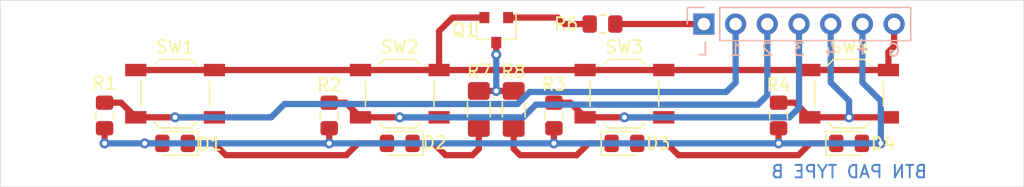
<source format=kicad_pcb>
(kicad_pcb (version 20171130) (host pcbnew "(5.1.0)-1")

  (general
    (thickness 1.6)
    (drawings 12)
    (tracks 86)
    (zones 0)
    (modules 19)
    (nets 14)
  )

  (page A4)
  (layers
    (0 F.Cu signal)
    (31 B.Cu signal)
    (32 B.Adhes user)
    (33 F.Adhes user)
    (34 B.Paste user)
    (35 F.Paste user)
    (36 B.SilkS user)
    (37 F.SilkS user)
    (38 B.Mask user)
    (39 F.Mask user)
    (40 Dwgs.User user)
    (41 Cmts.User user)
    (42 Eco1.User user)
    (43 Eco2.User user)
    (44 Edge.Cuts user)
    (45 Margin user)
    (46 B.CrtYd user)
    (47 F.CrtYd user)
    (48 B.Fab user hide)
    (49 F.Fab user hide)
  )

  (setup
    (last_trace_width 0.5)
    (trace_clearance 0.2)
    (zone_clearance 0.508)
    (zone_45_only no)
    (trace_min 0.2)
    (via_size 0.8)
    (via_drill 0.4)
    (via_min_size 0.4)
    (via_min_drill 0.3)
    (uvia_size 0.3)
    (uvia_drill 0.1)
    (uvias_allowed no)
    (uvia_min_size 0.2)
    (uvia_min_drill 0.1)
    (edge_width 0.05)
    (segment_width 0.2)
    (pcb_text_width 0.3)
    (pcb_text_size 1.5 1.5)
    (mod_edge_width 0.12)
    (mod_text_size 1 1)
    (mod_text_width 0.15)
    (pad_size 3.2 3.2)
    (pad_drill 3.2)
    (pad_to_mask_clearance 0.051)
    (solder_mask_min_width 0.25)
    (aux_axis_origin 122.952 103.902)
    (grid_origin 122.952 103.902)
    (visible_elements 7FFFFFFF)
    (pcbplotparams
      (layerselection 0x010f0_ffffffff)
      (usegerberextensions false)
      (usegerberattributes false)
      (usegerberadvancedattributes false)
      (creategerberjobfile false)
      (gerberprecision 5)
      (excludeedgelayer true)
      (linewidth 0.100000)
      (plotframeref false)
      (viasonmask false)
      (mode 1)
      (useauxorigin true)
      (hpglpennumber 1)
      (hpglpenspeed 20)
      (hpglpendiameter 15.000000)
      (psnegative false)
      (psa4output false)
      (plotreference false)
      (plotvalue false)
      (plotinvisibletext false)
      (padsonsilk false)
      (subtractmaskfromsilk true)
      (outputformat 1)
      (mirror false)
      (drillshape 0)
      (scaleselection 1)
      (outputdirectory "BTNPAD_TYPE_B-GERBERS/"))
  )

  (net 0 "")
  (net 1 "Net-(D1-Pad1)")
  (net 2 VCC)
  (net 3 GND)
  (net 4 "Net-(Q1-Pad1)")
  (net 5 "Net-(Q1-Pad3)")
  (net 6 "Net-(D2-Pad1)")
  (net 7 "Net-(D3-Pad1)")
  (net 8 "Net-(D3-Pad2)")
  (net 9 LED)
  (net 10 B1)
  (net 11 B2)
  (net 12 B3)
  (net 13 B4)

  (net_class Default "This is the default net class."
    (clearance 0.2)
    (trace_width 0.5)
    (via_dia 0.8)
    (via_drill 0.4)
    (uvia_dia 0.3)
    (uvia_drill 0.1)
    (add_net B1)
    (add_net B2)
    (add_net B3)
    (add_net B4)
    (add_net GND)
    (add_net LED)
    (add_net "Net-(D1-Pad1)")
    (add_net "Net-(D2-Pad1)")
    (add_net "Net-(D3-Pad1)")
    (add_net "Net-(D3-Pad2)")
    (add_net "Net-(Q1-Pad1)")
    (add_net "Net-(Q1-Pad3)")
    (add_net VCC)
  )

  (module MountingHole:MountingHole_3.2mm_M3 locked (layer F.Cu) (tedit 56D1B4CB) (tstamp 60EF5B60)
    (at 201.452 96.4)
    (descr "Mounting Hole 3.2mm, no annular, M3")
    (tags "mounting hole 3.2mm no annular m3")
    (path /60F0721A)
    (attr virtual)
    (fp_text reference H2 (at 0 -4.2) (layer F.SilkS) hide
      (effects (font (size 1 1) (thickness 0.15)))
    )
    (fp_text value M3 (at 0 4.2) (layer F.Fab)
      (effects (font (size 1 1) (thickness 0.15)))
    )
    (fp_text user %R (at 0.3 0) (layer F.Fab)
      (effects (font (size 1 1) (thickness 0.15)))
    )
    (fp_circle (center 0 0) (end 3.2 0) (layer Cmts.User) (width 0.15))
    (fp_circle (center 0 0) (end 3.45 0) (layer F.CrtYd) (width 0.05))
    (pad 1 np_thru_hole circle (at 0 0) (size 3.2 3.2) (drill 3.2) (layers *.Cu *.Mask))
  )

  (module LED_SMD:LED_0805_2012Metric_Pad1.15x1.40mm_HandSolder (layer F.Cu) (tedit 5B4B45C9) (tstamp 60EF4204)
    (at 136.955 100.392 180)
    (descr "LED SMD 0805 (2012 Metric), square (rectangular) end terminal, IPC_7351 nominal, (Body size source: https://docs.google.com/spreadsheets/d/1BsfQQcO9C6DZCsRaXUlFlo91Tg2WpOkGARC1WS5S8t0/edit?usp=sharing), generated with kicad-footprint-generator")
    (tags "LED handsolder")
    (path /60EFC9FD)
    (attr smd)
    (fp_text reference D1 (at -2.7734 -0.0508 180) (layer F.SilkS)
      (effects (font (size 1 1) (thickness 0.15)))
    )
    (fp_text value LED (at 0 1.65 180) (layer F.Fab)
      (effects (font (size 1 1) (thickness 0.15)))
    )
    (fp_line (start 1 -0.6) (end -0.7 -0.6) (layer F.Fab) (width 0.1))
    (fp_line (start -0.7 -0.6) (end -1 -0.3) (layer F.Fab) (width 0.1))
    (fp_line (start -1 -0.3) (end -1 0.6) (layer F.Fab) (width 0.1))
    (fp_line (start -1 0.6) (end 1 0.6) (layer F.Fab) (width 0.1))
    (fp_line (start 1 0.6) (end 1 -0.6) (layer F.Fab) (width 0.1))
    (fp_line (start 1 -0.96) (end -1.86 -0.96) (layer F.SilkS) (width 0.12))
    (fp_line (start -1.86 -0.96) (end -1.86 0.96) (layer F.SilkS) (width 0.12))
    (fp_line (start -1.86 0.96) (end 1 0.96) (layer F.SilkS) (width 0.12))
    (fp_line (start -1.85 0.95) (end -1.85 -0.95) (layer F.CrtYd) (width 0.05))
    (fp_line (start -1.85 -0.95) (end 1.85 -0.95) (layer F.CrtYd) (width 0.05))
    (fp_line (start 1.85 -0.95) (end 1.85 0.95) (layer F.CrtYd) (width 0.05))
    (fp_line (start 1.85 0.95) (end -1.85 0.95) (layer F.CrtYd) (width 0.05))
    (fp_text user %R (at 0 0 180) (layer F.Fab)
      (effects (font (size 0.5 0.5) (thickness 0.08)))
    )
    (pad 1 smd roundrect (at -1.025 0 180) (size 1.15 1.4) (layers F.Cu F.Paste F.Mask) (roundrect_rratio 0.217391)
      (net 1 "Net-(D1-Pad1)"))
    (pad 2 smd roundrect (at 1.025 0 180) (size 1.15 1.4) (layers F.Cu F.Paste F.Mask) (roundrect_rratio 0.217391)
      (net 2 VCC))
    (model ${KISYS3DMOD}/LED_SMD.3dshapes/LED_0805_2012Metric.wrl
      (at (xyz 0 0 0))
      (scale (xyz 1 1 1))
      (rotate (xyz 0 0 0))
    )
  )

  (module LED_SMD:LED_0805_2012Metric_Pad1.15x1.40mm_HandSolder (layer F.Cu) (tedit 5B4B45C9) (tstamp 60EF4217)
    (at 154.955 100.392 180)
    (descr "LED SMD 0805 (2012 Metric), square (rectangular) end terminal, IPC_7351 nominal, (Body size source: https://docs.google.com/spreadsheets/d/1BsfQQcO9C6DZCsRaXUlFlo91Tg2WpOkGARC1WS5S8t0/edit?usp=sharing), generated with kicad-footprint-generator")
    (tags "LED handsolder")
    (path /60EFCFAB)
    (attr smd)
    (fp_text reference D2 (at -2.8074 0.0508 180) (layer F.SilkS)
      (effects (font (size 1 1) (thickness 0.15)))
    )
    (fp_text value LED (at 0 1.65 180) (layer F.Fab)
      (effects (font (size 1 1) (thickness 0.15)))
    )
    (fp_text user %R (at 0 0 180) (layer F.Fab)
      (effects (font (size 0.5 0.5) (thickness 0.08)))
    )
    (fp_line (start 1.85 0.95) (end -1.85 0.95) (layer F.CrtYd) (width 0.05))
    (fp_line (start 1.85 -0.95) (end 1.85 0.95) (layer F.CrtYd) (width 0.05))
    (fp_line (start -1.85 -0.95) (end 1.85 -0.95) (layer F.CrtYd) (width 0.05))
    (fp_line (start -1.85 0.95) (end -1.85 -0.95) (layer F.CrtYd) (width 0.05))
    (fp_line (start -1.86 0.96) (end 1 0.96) (layer F.SilkS) (width 0.12))
    (fp_line (start -1.86 -0.96) (end -1.86 0.96) (layer F.SilkS) (width 0.12))
    (fp_line (start 1 -0.96) (end -1.86 -0.96) (layer F.SilkS) (width 0.12))
    (fp_line (start 1 0.6) (end 1 -0.6) (layer F.Fab) (width 0.1))
    (fp_line (start -1 0.6) (end 1 0.6) (layer F.Fab) (width 0.1))
    (fp_line (start -1 -0.3) (end -1 0.6) (layer F.Fab) (width 0.1))
    (fp_line (start -0.7 -0.6) (end -1 -0.3) (layer F.Fab) (width 0.1))
    (fp_line (start 1 -0.6) (end -0.7 -0.6) (layer F.Fab) (width 0.1))
    (pad 2 smd roundrect (at 1.025 0 180) (size 1.15 1.4) (layers F.Cu F.Paste F.Mask) (roundrect_rratio 0.217391)
      (net 1 "Net-(D1-Pad1)"))
    (pad 1 smd roundrect (at -1.025 0 180) (size 1.15 1.4) (layers F.Cu F.Paste F.Mask) (roundrect_rratio 0.217391)
      (net 6 "Net-(D2-Pad1)"))
    (model ${KISYS3DMOD}/LED_SMD.3dshapes/LED_0805_2012Metric.wrl
      (at (xyz 0 0 0))
      (scale (xyz 1 1 1))
      (rotate (xyz 0 0 0))
    )
  )

  (module LED_SMD:LED_0805_2012Metric_Pad1.15x1.40mm_HandSolder (layer F.Cu) (tedit 5B4B45C9) (tstamp 60EF422A)
    (at 172.955 100.392)
    (descr "LED SMD 0805 (2012 Metric), square (rectangular) end terminal, IPC_7351 nominal, (Body size source: https://docs.google.com/spreadsheets/d/1BsfQQcO9C6DZCsRaXUlFlo91Tg2WpOkGARC1WS5S8t0/edit?usp=sharing), generated with kicad-footprint-generator")
    (tags "LED handsolder")
    (path /60EFD246)
    (attr smd)
    (fp_text reference D3 (at 2.7114 0) (layer F.SilkS)
      (effects (font (size 1 1) (thickness 0.15)))
    )
    (fp_text value LED (at 0 1.65) (layer F.Fab)
      (effects (font (size 1 1) (thickness 0.15)))
    )
    (fp_line (start 1 -0.6) (end -0.7 -0.6) (layer F.Fab) (width 0.1))
    (fp_line (start -0.7 -0.6) (end -1 -0.3) (layer F.Fab) (width 0.1))
    (fp_line (start -1 -0.3) (end -1 0.6) (layer F.Fab) (width 0.1))
    (fp_line (start -1 0.6) (end 1 0.6) (layer F.Fab) (width 0.1))
    (fp_line (start 1 0.6) (end 1 -0.6) (layer F.Fab) (width 0.1))
    (fp_line (start 1 -0.96) (end -1.86 -0.96) (layer F.SilkS) (width 0.12))
    (fp_line (start -1.86 -0.96) (end -1.86 0.96) (layer F.SilkS) (width 0.12))
    (fp_line (start -1.86 0.96) (end 1 0.96) (layer F.SilkS) (width 0.12))
    (fp_line (start -1.85 0.95) (end -1.85 -0.95) (layer F.CrtYd) (width 0.05))
    (fp_line (start -1.85 -0.95) (end 1.85 -0.95) (layer F.CrtYd) (width 0.05))
    (fp_line (start 1.85 -0.95) (end 1.85 0.95) (layer F.CrtYd) (width 0.05))
    (fp_line (start 1.85 0.95) (end -1.85 0.95) (layer F.CrtYd) (width 0.05))
    (fp_text user %R (at 0 0) (layer F.Fab)
      (effects (font (size 0.5 0.5) (thickness 0.08)))
    )
    (pad 1 smd roundrect (at -1.025 0) (size 1.15 1.4) (layers F.Cu F.Paste F.Mask) (roundrect_rratio 0.217391)
      (net 7 "Net-(D3-Pad1)"))
    (pad 2 smd roundrect (at 1.025 0) (size 1.15 1.4) (layers F.Cu F.Paste F.Mask) (roundrect_rratio 0.217391)
      (net 8 "Net-(D3-Pad2)"))
    (model ${KISYS3DMOD}/LED_SMD.3dshapes/LED_0805_2012Metric.wrl
      (at (xyz 0 0 0))
      (scale (xyz 1 1 1))
      (rotate (xyz 0 0 0))
    )
  )

  (module LED_SMD:LED_0805_2012Metric_Pad1.15x1.40mm_HandSolder (layer F.Cu) (tedit 5B4B45C9) (tstamp 60EF423D)
    (at 190.955 100.392)
    (descr "LED SMD 0805 (2012 Metric), square (rectangular) end terminal, IPC_7351 nominal, (Body size source: https://docs.google.com/spreadsheets/d/1BsfQQcO9C6DZCsRaXUlFlo91Tg2WpOkGARC1WS5S8t0/edit?usp=sharing), generated with kicad-footprint-generator")
    (tags "LED handsolder")
    (path /60EFD6B5)
    (attr smd)
    (fp_text reference D4 (at 2.72 0) (layer F.SilkS)
      (effects (font (size 1 1) (thickness 0.15)))
    )
    (fp_text value LED (at 0 1.65) (layer F.Fab)
      (effects (font (size 1 1) (thickness 0.15)))
    )
    (fp_text user %R (at 0 0) (layer F.Fab)
      (effects (font (size 0.5 0.5) (thickness 0.08)))
    )
    (fp_line (start 1.85 0.95) (end -1.85 0.95) (layer F.CrtYd) (width 0.05))
    (fp_line (start 1.85 -0.95) (end 1.85 0.95) (layer F.CrtYd) (width 0.05))
    (fp_line (start -1.85 -0.95) (end 1.85 -0.95) (layer F.CrtYd) (width 0.05))
    (fp_line (start -1.85 0.95) (end -1.85 -0.95) (layer F.CrtYd) (width 0.05))
    (fp_line (start -1.86 0.96) (end 1 0.96) (layer F.SilkS) (width 0.12))
    (fp_line (start -1.86 -0.96) (end -1.86 0.96) (layer F.SilkS) (width 0.12))
    (fp_line (start 1 -0.96) (end -1.86 -0.96) (layer F.SilkS) (width 0.12))
    (fp_line (start 1 0.6) (end 1 -0.6) (layer F.Fab) (width 0.1))
    (fp_line (start -1 0.6) (end 1 0.6) (layer F.Fab) (width 0.1))
    (fp_line (start -1 -0.3) (end -1 0.6) (layer F.Fab) (width 0.1))
    (fp_line (start -0.7 -0.6) (end -1 -0.3) (layer F.Fab) (width 0.1))
    (fp_line (start 1 -0.6) (end -0.7 -0.6) (layer F.Fab) (width 0.1))
    (pad 2 smd roundrect (at 1.025 0) (size 1.15 1.4) (layers F.Cu F.Paste F.Mask) (roundrect_rratio 0.217391)
      (net 2 VCC))
    (pad 1 smd roundrect (at -1.025 0) (size 1.15 1.4) (layers F.Cu F.Paste F.Mask) (roundrect_rratio 0.217391)
      (net 8 "Net-(D3-Pad2)"))
    (model ${KISYS3DMOD}/LED_SMD.3dshapes/LED_0805_2012Metric.wrl
      (at (xyz 0 0 0))
      (scale (xyz 1 1 1))
      (rotate (xyz 0 0 0))
    )
  )

  (module MountingHole:MountingHole_3.2mm_M3 locked (layer F.Cu) (tedit 60EF4E04) (tstamp 60EF4245)
    (at 126.452 96.4)
    (descr "Mounting Hole 3.2mm, no annular, M3")
    (tags "mounting hole 3.2mm no annular m3")
    (path /60F06CE6)
    (attr virtual)
    (fp_text reference H1 (at 0 -4.2) (layer F.SilkS) hide
      (effects (font (size 1 1) (thickness 0.15)))
    )
    (fp_text value M3 (at 0 4.2) (layer F.Fab)
      (effects (font (size 1 1) (thickness 0.15)))
    )
    (fp_text user %R (at 0.3 0) (layer F.Fab)
      (effects (font (size 1 1) (thickness 0.15)))
    )
    (fp_circle (center 0 0) (end 3.2 0) (layer Cmts.User) (width 0.15))
    (fp_circle (center 0 0) (end 3.45 0) (layer F.CrtYd) (width 0.05))
    (pad "" np_thru_hole circle (at 0 0) (size 3.2 3.2) (drill 3.2) (layers *.Cu *.Mask))
  )

  (module Connector_PinHeader_2.54mm:PinHeader_1x07_P2.54mm_Vertical (layer B.Cu) (tedit 59FED5CC) (tstamp 60EF4268)
    (at 179.324 90.805 270)
    (descr "Through hole straight pin header, 1x07, 2.54mm pitch, single row")
    (tags "Through hole pin header THT 1x07 2.54mm single row")
    (path /60F5AEFA)
    (fp_text reference J1 (at 0 2.33 270) (layer B.SilkS) hide
      (effects (font (size 1 1) (thickness 0.15)) (justify mirror))
    )
    (fp_text value IO (at 0 -17.57 270) (layer B.Fab)
      (effects (font (size 1 1) (thickness 0.15)) (justify mirror))
    )
    (fp_line (start -0.635 1.27) (end 1.27 1.27) (layer B.Fab) (width 0.1))
    (fp_line (start 1.27 1.27) (end 1.27 -16.51) (layer B.Fab) (width 0.1))
    (fp_line (start 1.27 -16.51) (end -1.27 -16.51) (layer B.Fab) (width 0.1))
    (fp_line (start -1.27 -16.51) (end -1.27 0.635) (layer B.Fab) (width 0.1))
    (fp_line (start -1.27 0.635) (end -0.635 1.27) (layer B.Fab) (width 0.1))
    (fp_line (start -1.33 -16.57) (end 1.33 -16.57) (layer B.SilkS) (width 0.12))
    (fp_line (start -1.33 -1.27) (end -1.33 -16.57) (layer B.SilkS) (width 0.12))
    (fp_line (start 1.33 -1.27) (end 1.33 -16.57) (layer B.SilkS) (width 0.12))
    (fp_line (start -1.33 -1.27) (end 1.33 -1.27) (layer B.SilkS) (width 0.12))
    (fp_line (start -1.33 0) (end -1.33 1.33) (layer B.SilkS) (width 0.12))
    (fp_line (start -1.33 1.33) (end 0 1.33) (layer B.SilkS) (width 0.12))
    (fp_line (start -1.8 1.8) (end -1.8 -17.05) (layer B.CrtYd) (width 0.05))
    (fp_line (start -1.8 -17.05) (end 1.8 -17.05) (layer B.CrtYd) (width 0.05))
    (fp_line (start 1.8 -17.05) (end 1.8 1.8) (layer B.CrtYd) (width 0.05))
    (fp_line (start 1.8 1.8) (end -1.8 1.8) (layer B.CrtYd) (width 0.05))
    (fp_text user %R (at 0 -7.62 180) (layer B.Fab)
      (effects (font (size 1 1) (thickness 0.15)) (justify mirror))
    )
    (pad 1 thru_hole rect (at 0 0 270) (size 1.7 1.7) (drill 1) (layers *.Cu *.Mask)
      (net 9 LED))
    (pad 2 thru_hole oval (at 0 -2.54 270) (size 1.7 1.7) (drill 1) (layers *.Cu *.Mask)
      (net 10 B1))
    (pad 3 thru_hole oval (at 0 -5.08 270) (size 1.7 1.7) (drill 1) (layers *.Cu *.Mask)
      (net 11 B2))
    (pad 4 thru_hole oval (at 0 -7.62 270) (size 1.7 1.7) (drill 1) (layers *.Cu *.Mask)
      (net 12 B3))
    (pad 5 thru_hole oval (at 0 -10.16 270) (size 1.7 1.7) (drill 1) (layers *.Cu *.Mask)
      (net 13 B4))
    (pad 6 thru_hole oval (at 0 -12.7 270) (size 1.7 1.7) (drill 1) (layers *.Cu *.Mask)
      (net 2 VCC))
    (pad 7 thru_hole oval (at 0 -15.24 270) (size 1.7 1.7) (drill 1) (layers *.Cu *.Mask)
      (net 3 GND))
    (model ${KISYS3DMOD}/Connector_PinHeader_2.54mm.3dshapes/PinHeader_1x07_P2.54mm_Vertical.wrl
      (at (xyz 0 0 0))
      (scale (xyz 1 1 1))
      (rotate (xyz 0 0 0))
    )
  )

  (module Package_TO_SOT_SMD:SOT-23 (layer F.Cu) (tedit 5A02FF57) (tstamp 60EF427D)
    (at 162.687 91.2876 270)
    (descr "SOT-23, Standard")
    (tags SOT-23)
    (path /60F043E8)
    (attr smd)
    (fp_text reference Q1 (at 0 2.54) (layer F.SilkS)
      (effects (font (size 1 1) (thickness 0.15)))
    )
    (fp_text value MMBT3904 (at 0 2.5 270) (layer F.Fab)
      (effects (font (size 1 1) (thickness 0.15)))
    )
    (fp_text user %R (at 0 0) (layer F.Fab)
      (effects (font (size 0.5 0.5) (thickness 0.075)))
    )
    (fp_line (start -0.7 -0.95) (end -0.7 1.5) (layer F.Fab) (width 0.1))
    (fp_line (start -0.15 -1.52) (end 0.7 -1.52) (layer F.Fab) (width 0.1))
    (fp_line (start -0.7 -0.95) (end -0.15 -1.52) (layer F.Fab) (width 0.1))
    (fp_line (start 0.7 -1.52) (end 0.7 1.52) (layer F.Fab) (width 0.1))
    (fp_line (start -0.7 1.52) (end 0.7 1.52) (layer F.Fab) (width 0.1))
    (fp_line (start 0.76 1.58) (end 0.76 0.65) (layer F.SilkS) (width 0.12))
    (fp_line (start 0.76 -1.58) (end 0.76 -0.65) (layer F.SilkS) (width 0.12))
    (fp_line (start -1.7 -1.75) (end 1.7 -1.75) (layer F.CrtYd) (width 0.05))
    (fp_line (start 1.7 -1.75) (end 1.7 1.75) (layer F.CrtYd) (width 0.05))
    (fp_line (start 1.7 1.75) (end -1.7 1.75) (layer F.CrtYd) (width 0.05))
    (fp_line (start -1.7 1.75) (end -1.7 -1.75) (layer F.CrtYd) (width 0.05))
    (fp_line (start 0.76 -1.58) (end -1.4 -1.58) (layer F.SilkS) (width 0.12))
    (fp_line (start 0.76 1.58) (end -0.7 1.58) (layer F.SilkS) (width 0.12))
    (pad 1 smd rect (at -1 -0.95 270) (size 0.9 0.8) (layers F.Cu F.Paste F.Mask)
      (net 4 "Net-(Q1-Pad1)"))
    (pad 2 smd rect (at -1 0.95 270) (size 0.9 0.8) (layers F.Cu F.Paste F.Mask)
      (net 3 GND))
    (pad 3 smd rect (at 1 0 270) (size 0.9 0.8) (layers F.Cu F.Paste F.Mask)
      (net 5 "Net-(Q1-Pad3)"))
    (model ${KISYS3DMOD}/Package_TO_SOT_SMD.3dshapes/SOT-23.wrl
      (at (xyz 0 0 0))
      (scale (xyz 1 1 1))
      (rotate (xyz 0 0 0))
    )
  )

  (module Resistor_SMD:R_0805_2012Metric_Pad1.15x1.40mm_HandSolder (layer F.Cu) (tedit 5B36C52B) (tstamp 60EF428E)
    (at 131.305 98.15 90)
    (descr "Resistor SMD 0805 (2012 Metric), square (rectangular) end terminal, IPC_7351 nominal with elongated pad for handsoldering. (Body size source: https://docs.google.com/spreadsheets/d/1BsfQQcO9C6DZCsRaXUlFlo91Tg2WpOkGARC1WS5S8t0/edit?usp=sharing), generated with kicad-footprint-generator")
    (tags "resistor handsolder")
    (path /60EEB7B8)
    (attr smd)
    (fp_text reference R1 (at 2.5952 0 -180) (layer F.SilkS)
      (effects (font (size 1 1) (thickness 0.15)))
    )
    (fp_text value 10K (at 0 1.65 90) (layer F.Fab)
      (effects (font (size 1 1) (thickness 0.15)))
    )
    (fp_text user %R (at 0 0 90) (layer F.Fab)
      (effects (font (size 0.5 0.5) (thickness 0.08)))
    )
    (fp_line (start 1.85 0.95) (end -1.85 0.95) (layer F.CrtYd) (width 0.05))
    (fp_line (start 1.85 -0.95) (end 1.85 0.95) (layer F.CrtYd) (width 0.05))
    (fp_line (start -1.85 -0.95) (end 1.85 -0.95) (layer F.CrtYd) (width 0.05))
    (fp_line (start -1.85 0.95) (end -1.85 -0.95) (layer F.CrtYd) (width 0.05))
    (fp_line (start -0.261252 0.71) (end 0.261252 0.71) (layer F.SilkS) (width 0.12))
    (fp_line (start -0.261252 -0.71) (end 0.261252 -0.71) (layer F.SilkS) (width 0.12))
    (fp_line (start 1 0.6) (end -1 0.6) (layer F.Fab) (width 0.1))
    (fp_line (start 1 -0.6) (end 1 0.6) (layer F.Fab) (width 0.1))
    (fp_line (start -1 -0.6) (end 1 -0.6) (layer F.Fab) (width 0.1))
    (fp_line (start -1 0.6) (end -1 -0.6) (layer F.Fab) (width 0.1))
    (pad 2 smd roundrect (at 1.025 0 90) (size 1.15 1.4) (layers F.Cu F.Paste F.Mask) (roundrect_rratio 0.217391)
      (net 10 B1))
    (pad 1 smd roundrect (at -1.025 0 90) (size 1.15 1.4) (layers F.Cu F.Paste F.Mask) (roundrect_rratio 0.217391)
      (net 2 VCC))
    (model ${KISYS3DMOD}/Resistor_SMD.3dshapes/R_0805_2012Metric.wrl
      (at (xyz 0 0 0))
      (scale (xyz 1 1 1))
      (rotate (xyz 0 0 0))
    )
  )

  (module Resistor_SMD:R_0805_2012Metric_Pad1.15x1.40mm_HandSolder (layer F.Cu) (tedit 5B36C52B) (tstamp 60EF429F)
    (at 149.305 98.15 90)
    (descr "Resistor SMD 0805 (2012 Metric), square (rectangular) end terminal, IPC_7351 nominal with elongated pad for handsoldering. (Body size source: https://docs.google.com/spreadsheets/d/1BsfQQcO9C6DZCsRaXUlFlo91Tg2WpOkGARC1WS5S8t0/edit?usp=sharing), generated with kicad-footprint-generator")
    (tags "resistor handsolder")
    (path /60F44CD4)
    (attr smd)
    (fp_text reference R2 (at 2.4428 0 -180) (layer F.SilkS)
      (effects (font (size 1 1) (thickness 0.15)))
    )
    (fp_text value 10K (at 0 1.65 90) (layer F.Fab)
      (effects (font (size 1 1) (thickness 0.15)))
    )
    (fp_line (start -1 0.6) (end -1 -0.6) (layer F.Fab) (width 0.1))
    (fp_line (start -1 -0.6) (end 1 -0.6) (layer F.Fab) (width 0.1))
    (fp_line (start 1 -0.6) (end 1 0.6) (layer F.Fab) (width 0.1))
    (fp_line (start 1 0.6) (end -1 0.6) (layer F.Fab) (width 0.1))
    (fp_line (start -0.261252 -0.71) (end 0.261252 -0.71) (layer F.SilkS) (width 0.12))
    (fp_line (start -0.261252 0.71) (end 0.261252 0.71) (layer F.SilkS) (width 0.12))
    (fp_line (start -1.85 0.95) (end -1.85 -0.95) (layer F.CrtYd) (width 0.05))
    (fp_line (start -1.85 -0.95) (end 1.85 -0.95) (layer F.CrtYd) (width 0.05))
    (fp_line (start 1.85 -0.95) (end 1.85 0.95) (layer F.CrtYd) (width 0.05))
    (fp_line (start 1.85 0.95) (end -1.85 0.95) (layer F.CrtYd) (width 0.05))
    (fp_text user %R (at 0 0 90) (layer F.Fab)
      (effects (font (size 0.5 0.5) (thickness 0.08)))
    )
    (pad 1 smd roundrect (at -1.025 0 90) (size 1.15 1.4) (layers F.Cu F.Paste F.Mask) (roundrect_rratio 0.217391)
      (net 2 VCC))
    (pad 2 smd roundrect (at 1.025 0 90) (size 1.15 1.4) (layers F.Cu F.Paste F.Mask) (roundrect_rratio 0.217391)
      (net 11 B2))
    (model ${KISYS3DMOD}/Resistor_SMD.3dshapes/R_0805_2012Metric.wrl
      (at (xyz 0 0 0))
      (scale (xyz 1 1 1))
      (rotate (xyz 0 0 0))
    )
  )

  (module Resistor_SMD:R_0805_2012Metric_Pad1.15x1.40mm_HandSolder (layer F.Cu) (tedit 5B36C52B) (tstamp 60EF42B0)
    (at 167.305 98.15 90)
    (descr "Resistor SMD 0805 (2012 Metric), square (rectangular) end terminal, IPC_7351 nominal with elongated pad for handsoldering. (Body size source: https://docs.google.com/spreadsheets/d/1BsfQQcO9C6DZCsRaXUlFlo91Tg2WpOkGARC1WS5S8t0/edit?usp=sharing), generated with kicad-footprint-generator")
    (tags "resistor handsolder")
    (path /60F46780)
    (attr smd)
    (fp_text reference R3 (at 2.4936 0 -180) (layer F.SilkS)
      (effects (font (size 1 1) (thickness 0.15)))
    )
    (fp_text value 10K (at 0 1.65 90) (layer F.Fab)
      (effects (font (size 1 1) (thickness 0.15)))
    )
    (fp_text user %R (at 0 0 90) (layer F.Fab)
      (effects (font (size 0.5 0.5) (thickness 0.08)))
    )
    (fp_line (start 1.85 0.95) (end -1.85 0.95) (layer F.CrtYd) (width 0.05))
    (fp_line (start 1.85 -0.95) (end 1.85 0.95) (layer F.CrtYd) (width 0.05))
    (fp_line (start -1.85 -0.95) (end 1.85 -0.95) (layer F.CrtYd) (width 0.05))
    (fp_line (start -1.85 0.95) (end -1.85 -0.95) (layer F.CrtYd) (width 0.05))
    (fp_line (start -0.261252 0.71) (end 0.261252 0.71) (layer F.SilkS) (width 0.12))
    (fp_line (start -0.261252 -0.71) (end 0.261252 -0.71) (layer F.SilkS) (width 0.12))
    (fp_line (start 1 0.6) (end -1 0.6) (layer F.Fab) (width 0.1))
    (fp_line (start 1 -0.6) (end 1 0.6) (layer F.Fab) (width 0.1))
    (fp_line (start -1 -0.6) (end 1 -0.6) (layer F.Fab) (width 0.1))
    (fp_line (start -1 0.6) (end -1 -0.6) (layer F.Fab) (width 0.1))
    (pad 2 smd roundrect (at 1.025 0 90) (size 1.15 1.4) (layers F.Cu F.Paste F.Mask) (roundrect_rratio 0.217391)
      (net 12 B3))
    (pad 1 smd roundrect (at -1.025 0 90) (size 1.15 1.4) (layers F.Cu F.Paste F.Mask) (roundrect_rratio 0.217391)
      (net 2 VCC))
    (model ${KISYS3DMOD}/Resistor_SMD.3dshapes/R_0805_2012Metric.wrl
      (at (xyz 0 0 0))
      (scale (xyz 1 1 1))
      (rotate (xyz 0 0 0))
    )
  )

  (module Resistor_SMD:R_0805_2012Metric_Pad1.15x1.40mm_HandSolder (layer F.Cu) (tedit 5B36C52B) (tstamp 60EF42C1)
    (at 185.305 98.15 90)
    (descr "Resistor SMD 0805 (2012 Metric), square (rectangular) end terminal, IPC_7351 nominal with elongated pad for handsoldering. (Body size source: https://docs.google.com/spreadsheets/d/1BsfQQcO9C6DZCsRaXUlFlo91Tg2WpOkGARC1WS5S8t0/edit?usp=sharing), generated with kicad-footprint-generator")
    (tags "resistor handsolder")
    (path /60F49D9D)
    (attr smd)
    (fp_text reference R4 (at 2.4428 0 -180) (layer F.SilkS)
      (effects (font (size 1 1) (thickness 0.15)))
    )
    (fp_text value 10K (at 0 1.65 90) (layer F.Fab)
      (effects (font (size 1 1) (thickness 0.15)))
    )
    (fp_line (start -1 0.6) (end -1 -0.6) (layer F.Fab) (width 0.1))
    (fp_line (start -1 -0.6) (end 1 -0.6) (layer F.Fab) (width 0.1))
    (fp_line (start 1 -0.6) (end 1 0.6) (layer F.Fab) (width 0.1))
    (fp_line (start 1 0.6) (end -1 0.6) (layer F.Fab) (width 0.1))
    (fp_line (start -0.261252 -0.71) (end 0.261252 -0.71) (layer F.SilkS) (width 0.12))
    (fp_line (start -0.261252 0.71) (end 0.261252 0.71) (layer F.SilkS) (width 0.12))
    (fp_line (start -1.85 0.95) (end -1.85 -0.95) (layer F.CrtYd) (width 0.05))
    (fp_line (start -1.85 -0.95) (end 1.85 -0.95) (layer F.CrtYd) (width 0.05))
    (fp_line (start 1.85 -0.95) (end 1.85 0.95) (layer F.CrtYd) (width 0.05))
    (fp_line (start 1.85 0.95) (end -1.85 0.95) (layer F.CrtYd) (width 0.05))
    (fp_text user %R (at 0 0 90) (layer F.Fab)
      (effects (font (size 0.5 0.5) (thickness 0.08)))
    )
    (pad 1 smd roundrect (at -1.025 0 90) (size 1.15 1.4) (layers F.Cu F.Paste F.Mask) (roundrect_rratio 0.217391)
      (net 2 VCC))
    (pad 2 smd roundrect (at 1.025 0 90) (size 1.15 1.4) (layers F.Cu F.Paste F.Mask) (roundrect_rratio 0.217391)
      (net 13 B4))
    (model ${KISYS3DMOD}/Resistor_SMD.3dshapes/R_0805_2012Metric.wrl
      (at (xyz 0 0 0))
      (scale (xyz 1 1 1))
      (rotate (xyz 0 0 0))
    )
  )

  (module Resistor_SMD:R_0805_2012Metric_Pad1.15x1.40mm_HandSolder (layer F.Cu) (tedit 5B36C52B) (tstamp 60EF42D2)
    (at 171.196 90.805 180)
    (descr "Resistor SMD 0805 (2012 Metric), square (rectangular) end terminal, IPC_7351 nominal with elongated pad for handsoldering. (Body size source: https://docs.google.com/spreadsheets/d/1BsfQQcO9C6DZCsRaXUlFlo91Tg2WpOkGARC1WS5S8t0/edit?usp=sharing), generated with kicad-footprint-generator")
    (tags "resistor handsolder")
    (path /60F034E7)
    (attr smd)
    (fp_text reference R6 (at 2.912 0 180) (layer F.SilkS)
      (effects (font (size 1 1) (thickness 0.15)))
    )
    (fp_text value 10K (at 0 1.65 180) (layer F.Fab)
      (effects (font (size 1 1) (thickness 0.15)))
    )
    (fp_line (start -1 0.6) (end -1 -0.6) (layer F.Fab) (width 0.1))
    (fp_line (start -1 -0.6) (end 1 -0.6) (layer F.Fab) (width 0.1))
    (fp_line (start 1 -0.6) (end 1 0.6) (layer F.Fab) (width 0.1))
    (fp_line (start 1 0.6) (end -1 0.6) (layer F.Fab) (width 0.1))
    (fp_line (start -0.261252 -0.71) (end 0.261252 -0.71) (layer F.SilkS) (width 0.12))
    (fp_line (start -0.261252 0.71) (end 0.261252 0.71) (layer F.SilkS) (width 0.12))
    (fp_line (start -1.85 0.95) (end -1.85 -0.95) (layer F.CrtYd) (width 0.05))
    (fp_line (start -1.85 -0.95) (end 1.85 -0.95) (layer F.CrtYd) (width 0.05))
    (fp_line (start 1.85 -0.95) (end 1.85 0.95) (layer F.CrtYd) (width 0.05))
    (fp_line (start 1.85 0.95) (end -1.85 0.95) (layer F.CrtYd) (width 0.05))
    (fp_text user %R (at 0 0 180) (layer F.Fab)
      (effects (font (size 0.5 0.5) (thickness 0.08)))
    )
    (pad 1 smd roundrect (at -1.025 0 180) (size 1.15 1.4) (layers F.Cu F.Paste F.Mask) (roundrect_rratio 0.217391)
      (net 9 LED))
    (pad 2 smd roundrect (at 1.025 0 180) (size 1.15 1.4) (layers F.Cu F.Paste F.Mask) (roundrect_rratio 0.217391)
      (net 4 "Net-(Q1-Pad1)"))
    (model ${KISYS3DMOD}/Resistor_SMD.3dshapes/R_0805_2012Metric.wrl
      (at (xyz 0 0 0))
      (scale (xyz 1 1 1))
      (rotate (xyz 0 0 0))
    )
  )

  (module Resistor_SMD:R_1206_3216Metric_Pad1.42x1.75mm_HandSolder (layer F.Cu) (tedit 5B301BBD) (tstamp 616AB6F4)
    (at 161.29 97.67 90)
    (descr "Resistor SMD 1206 (3216 Metric), square (rectangular) end terminal, IPC_7351 nominal with elongated pad for handsoldering. (Body size source: http://www.tortai-tech.com/upload/download/2011102023233369053.pdf), generated with kicad-footprint-generator")
    (tags "resistor handsolder")
    (path /616BA5CA)
    (attr smd)
    (fp_text reference R7 (at 3.0734 0.0254 180) (layer F.SilkS)
      (effects (font (size 1 1) (thickness 0.15)))
    )
    (fp_text value 36 (at 0 1.82 90) (layer F.Fab)
      (effects (font (size 1 1) (thickness 0.15)))
    )
    (fp_text user %R (at 0 0 90) (layer F.Fab)
      (effects (font (size 0.8 0.8) (thickness 0.12)))
    )
    (fp_line (start 2.45 1.12) (end -2.45 1.12) (layer F.CrtYd) (width 0.05))
    (fp_line (start 2.45 -1.12) (end 2.45 1.12) (layer F.CrtYd) (width 0.05))
    (fp_line (start -2.45 -1.12) (end 2.45 -1.12) (layer F.CrtYd) (width 0.05))
    (fp_line (start -2.45 1.12) (end -2.45 -1.12) (layer F.CrtYd) (width 0.05))
    (fp_line (start -0.602064 0.91) (end 0.602064 0.91) (layer F.SilkS) (width 0.12))
    (fp_line (start -0.602064 -0.91) (end 0.602064 -0.91) (layer F.SilkS) (width 0.12))
    (fp_line (start 1.6 0.8) (end -1.6 0.8) (layer F.Fab) (width 0.1))
    (fp_line (start 1.6 -0.8) (end 1.6 0.8) (layer F.Fab) (width 0.1))
    (fp_line (start -1.6 -0.8) (end 1.6 -0.8) (layer F.Fab) (width 0.1))
    (fp_line (start -1.6 0.8) (end -1.6 -0.8) (layer F.Fab) (width 0.1))
    (pad 2 smd roundrect (at 1.4875 0 90) (size 1.425 1.75) (layers F.Cu F.Paste F.Mask) (roundrect_rratio 0.175439)
      (net 5 "Net-(Q1-Pad3)"))
    (pad 1 smd roundrect (at -1.4875 0 90) (size 1.425 1.75) (layers F.Cu F.Paste F.Mask) (roundrect_rratio 0.175439)
      (net 6 "Net-(D2-Pad1)"))
    (model ${KISYS3DMOD}/Resistor_SMD.3dshapes/R_1206_3216Metric.wrl
      (at (xyz 0 0 0))
      (scale (xyz 1 1 1))
      (rotate (xyz 0 0 0))
    )
  )

  (module Resistor_SMD:R_1206_3216Metric_Pad1.42x1.75mm_HandSolder (layer F.Cu) (tedit 5B301BBD) (tstamp 616AB6F5)
    (at 164.084 97.67 90)
    (descr "Resistor SMD 1206 (3216 Metric), square (rectangular) end terminal, IPC_7351 nominal with elongated pad for handsoldering. (Body size source: http://www.tortai-tech.com/upload/download/2011102023233369053.pdf), generated with kicad-footprint-generator")
    (tags "resistor handsolder")
    (path /60F03B8B)
    (attr smd)
    (fp_text reference R8 (at 3.0734 -0.0254 180) (layer F.SilkS)
      (effects (font (size 1 1) (thickness 0.15)))
    )
    (fp_text value 36 (at 0 1.82 90) (layer F.Fab)
      (effects (font (size 1 1) (thickness 0.15)))
    )
    (fp_line (start -1.6 0.8) (end -1.6 -0.8) (layer F.Fab) (width 0.1))
    (fp_line (start -1.6 -0.8) (end 1.6 -0.8) (layer F.Fab) (width 0.1))
    (fp_line (start 1.6 -0.8) (end 1.6 0.8) (layer F.Fab) (width 0.1))
    (fp_line (start 1.6 0.8) (end -1.6 0.8) (layer F.Fab) (width 0.1))
    (fp_line (start -0.602064 -0.91) (end 0.602064 -0.91) (layer F.SilkS) (width 0.12))
    (fp_line (start -0.602064 0.91) (end 0.602064 0.91) (layer F.SilkS) (width 0.12))
    (fp_line (start -2.45 1.12) (end -2.45 -1.12) (layer F.CrtYd) (width 0.05))
    (fp_line (start -2.45 -1.12) (end 2.45 -1.12) (layer F.CrtYd) (width 0.05))
    (fp_line (start 2.45 -1.12) (end 2.45 1.12) (layer F.CrtYd) (width 0.05))
    (fp_line (start 2.45 1.12) (end -2.45 1.12) (layer F.CrtYd) (width 0.05))
    (fp_text user %R (at 0 0 90) (layer F.Fab)
      (effects (font (size 0.8 0.8) (thickness 0.12)))
    )
    (pad 1 smd roundrect (at -1.4875 0 90) (size 1.425 1.75) (layers F.Cu F.Paste F.Mask) (roundrect_rratio 0.175439)
      (net 7 "Net-(D3-Pad1)"))
    (pad 2 smd roundrect (at 1.4875 0 90) (size 1.425 1.75) (layers F.Cu F.Paste F.Mask) (roundrect_rratio 0.175439)
      (net 5 "Net-(Q1-Pad3)"))
    (model ${KISYS3DMOD}/Resistor_SMD.3dshapes/R_1206_3216Metric.wrl
      (at (xyz 0 0 0))
      (scale (xyz 1 1 1))
      (rotate (xyz 0 0 0))
    )
  )

  (module Button_Switch_SMD:SW_SPST_TL3342 locked (layer F.Cu) (tedit 5A02FC95) (tstamp 617C5569)
    (at 136.955 96.4)
    (descr "Low-profile SMD Tactile Switch, https://www.e-switch.com/system/asset/product_line/data_sheet/165/TL3342.pdf")
    (tags "SPST Tactile Switch")
    (path /60EF320B)
    (attr smd)
    (fp_text reference SW1 (at 0 -3.75) (layer F.SilkS)
      (effects (font (size 1 1) (thickness 0.15)))
    )
    (fp_text value SPST (at 0 3.75) (layer F.Fab)
      (effects (font (size 1 1) (thickness 0.15)))
    )
    (fp_text user %R (at 0 -3.75) (layer F.Fab)
      (effects (font (size 1 1) (thickness 0.15)))
    )
    (fp_line (start 3.2 2.1) (end 3.2 1.6) (layer F.Fab) (width 0.1))
    (fp_line (start 3.2 -2.1) (end 3.2 -1.6) (layer F.Fab) (width 0.1))
    (fp_line (start -3.2 2.1) (end -3.2 1.6) (layer F.Fab) (width 0.1))
    (fp_line (start -3.2 -2.1) (end -3.2 -1.6) (layer F.Fab) (width 0.1))
    (fp_line (start 2.7 -2.1) (end 2.7 -1.6) (layer F.Fab) (width 0.1))
    (fp_line (start 1.7 -2.1) (end 3.2 -2.1) (layer F.Fab) (width 0.1))
    (fp_line (start 3.2 -1.6) (end 2.2 -1.6) (layer F.Fab) (width 0.1))
    (fp_line (start -2.7 -2.1) (end -2.7 -1.6) (layer F.Fab) (width 0.1))
    (fp_line (start -1.7 -2.1) (end -3.2 -2.1) (layer F.Fab) (width 0.1))
    (fp_line (start -3.2 -1.6) (end -2.2 -1.6) (layer F.Fab) (width 0.1))
    (fp_line (start -2.7 2.1) (end -2.7 1.6) (layer F.Fab) (width 0.1))
    (fp_line (start -3.2 1.6) (end -2.2 1.6) (layer F.Fab) (width 0.1))
    (fp_line (start -1.7 2.1) (end -3.2 2.1) (layer F.Fab) (width 0.1))
    (fp_line (start 1.7 2.1) (end 3.2 2.1) (layer F.Fab) (width 0.1))
    (fp_line (start 2.7 2.1) (end 2.7 1.6) (layer F.Fab) (width 0.1))
    (fp_line (start 3.2 1.6) (end 2.2 1.6) (layer F.Fab) (width 0.1))
    (fp_line (start -1.7 2.3) (end -1.25 2.75) (layer F.SilkS) (width 0.12))
    (fp_line (start 1.7 2.3) (end 1.25 2.75) (layer F.SilkS) (width 0.12))
    (fp_line (start 1.7 -2.3) (end 1.25 -2.75) (layer F.SilkS) (width 0.12))
    (fp_line (start -1.7 -2.3) (end -1.25 -2.75) (layer F.SilkS) (width 0.12))
    (fp_line (start -2 -1) (end -1 -2) (layer F.Fab) (width 0.1))
    (fp_line (start -1 -2) (end 1 -2) (layer F.Fab) (width 0.1))
    (fp_line (start 1 -2) (end 2 -1) (layer F.Fab) (width 0.1))
    (fp_line (start 2 -1) (end 2 1) (layer F.Fab) (width 0.1))
    (fp_line (start 2 1) (end 1 2) (layer F.Fab) (width 0.1))
    (fp_line (start 1 2) (end -1 2) (layer F.Fab) (width 0.1))
    (fp_line (start -1 2) (end -2 1) (layer F.Fab) (width 0.1))
    (fp_line (start -2 1) (end -2 -1) (layer F.Fab) (width 0.1))
    (fp_line (start 2.75 -1) (end 2.75 1) (layer F.SilkS) (width 0.12))
    (fp_line (start -1.25 2.75) (end 1.25 2.75) (layer F.SilkS) (width 0.12))
    (fp_line (start -2.75 -1) (end -2.75 1) (layer F.SilkS) (width 0.12))
    (fp_line (start -1.25 -2.75) (end 1.25 -2.75) (layer F.SilkS) (width 0.12))
    (fp_line (start -2.6 -1.2) (end -2.6 1.2) (layer F.Fab) (width 0.1))
    (fp_line (start -2.6 1.2) (end -1.2 2.6) (layer F.Fab) (width 0.1))
    (fp_line (start -1.2 2.6) (end 1.2 2.6) (layer F.Fab) (width 0.1))
    (fp_line (start 1.2 2.6) (end 2.6 1.2) (layer F.Fab) (width 0.1))
    (fp_line (start 2.6 1.2) (end 2.6 -1.2) (layer F.Fab) (width 0.1))
    (fp_line (start 2.6 -1.2) (end 1.2 -2.6) (layer F.Fab) (width 0.1))
    (fp_line (start 1.2 -2.6) (end -1.2 -2.6) (layer F.Fab) (width 0.1))
    (fp_line (start -1.2 -2.6) (end -2.6 -1.2) (layer F.Fab) (width 0.1))
    (fp_line (start -4.25 -3) (end 4.25 -3) (layer F.CrtYd) (width 0.05))
    (fp_line (start 4.25 -3) (end 4.25 3) (layer F.CrtYd) (width 0.05))
    (fp_line (start 4.25 3) (end -4.25 3) (layer F.CrtYd) (width 0.05))
    (fp_line (start -4.25 3) (end -4.25 -3) (layer F.CrtYd) (width 0.05))
    (fp_circle (center 0 0) (end 1 0) (layer F.Fab) (width 0.1))
    (pad 1 smd rect (at -3.15 -1.9) (size 1.7 1) (layers F.Cu F.Paste F.Mask)
      (net 3 GND))
    (pad 1 smd rect (at 3.15 -1.9) (size 1.7 1) (layers F.Cu F.Paste F.Mask)
      (net 3 GND))
    (pad 2 smd rect (at -3.15 1.9) (size 1.7 1) (layers F.Cu F.Paste F.Mask)
      (net 10 B1))
    (pad 2 smd rect (at 3.15 1.9) (size 1.7 1) (layers F.Cu F.Paste F.Mask)
      (net 10 B1))
    (model ${KISYS3DMOD}/Button_Switch_SMD.3dshapes/SW_SPST_TL3342.wrl
      (at (xyz 0 0 0))
      (scale (xyz 1 1 1))
      (rotate (xyz 0 0 0))
    )
  )

  (module Button_Switch_SMD:SW_SPST_TL3342 locked (layer F.Cu) (tedit 5A02FC95) (tstamp 617C559E)
    (at 154.955 96.4)
    (descr "Low-profile SMD Tactile Switch, https://www.e-switch.com/system/asset/product_line/data_sheet/165/TL3342.pdf")
    (tags "SPST Tactile Switch")
    (path /60EF3A9C)
    (attr smd)
    (fp_text reference SW2 (at 0 -3.75) (layer F.SilkS)
      (effects (font (size 1 1) (thickness 0.15)))
    )
    (fp_text value SPST (at 0 3.75) (layer F.Fab)
      (effects (font (size 1 1) (thickness 0.15)))
    )
    (fp_circle (center 0 0) (end 1 0) (layer F.Fab) (width 0.1))
    (fp_line (start -4.25 3) (end -4.25 -3) (layer F.CrtYd) (width 0.05))
    (fp_line (start 4.25 3) (end -4.25 3) (layer F.CrtYd) (width 0.05))
    (fp_line (start 4.25 -3) (end 4.25 3) (layer F.CrtYd) (width 0.05))
    (fp_line (start -4.25 -3) (end 4.25 -3) (layer F.CrtYd) (width 0.05))
    (fp_line (start -1.2 -2.6) (end -2.6 -1.2) (layer F.Fab) (width 0.1))
    (fp_line (start 1.2 -2.6) (end -1.2 -2.6) (layer F.Fab) (width 0.1))
    (fp_line (start 2.6 -1.2) (end 1.2 -2.6) (layer F.Fab) (width 0.1))
    (fp_line (start 2.6 1.2) (end 2.6 -1.2) (layer F.Fab) (width 0.1))
    (fp_line (start 1.2 2.6) (end 2.6 1.2) (layer F.Fab) (width 0.1))
    (fp_line (start -1.2 2.6) (end 1.2 2.6) (layer F.Fab) (width 0.1))
    (fp_line (start -2.6 1.2) (end -1.2 2.6) (layer F.Fab) (width 0.1))
    (fp_line (start -2.6 -1.2) (end -2.6 1.2) (layer F.Fab) (width 0.1))
    (fp_line (start -1.25 -2.75) (end 1.25 -2.75) (layer F.SilkS) (width 0.12))
    (fp_line (start -2.75 -1) (end -2.75 1) (layer F.SilkS) (width 0.12))
    (fp_line (start -1.25 2.75) (end 1.25 2.75) (layer F.SilkS) (width 0.12))
    (fp_line (start 2.75 -1) (end 2.75 1) (layer F.SilkS) (width 0.12))
    (fp_line (start -2 1) (end -2 -1) (layer F.Fab) (width 0.1))
    (fp_line (start -1 2) (end -2 1) (layer F.Fab) (width 0.1))
    (fp_line (start 1 2) (end -1 2) (layer F.Fab) (width 0.1))
    (fp_line (start 2 1) (end 1 2) (layer F.Fab) (width 0.1))
    (fp_line (start 2 -1) (end 2 1) (layer F.Fab) (width 0.1))
    (fp_line (start 1 -2) (end 2 -1) (layer F.Fab) (width 0.1))
    (fp_line (start -1 -2) (end 1 -2) (layer F.Fab) (width 0.1))
    (fp_line (start -2 -1) (end -1 -2) (layer F.Fab) (width 0.1))
    (fp_line (start -1.7 -2.3) (end -1.25 -2.75) (layer F.SilkS) (width 0.12))
    (fp_line (start 1.7 -2.3) (end 1.25 -2.75) (layer F.SilkS) (width 0.12))
    (fp_line (start 1.7 2.3) (end 1.25 2.75) (layer F.SilkS) (width 0.12))
    (fp_line (start -1.7 2.3) (end -1.25 2.75) (layer F.SilkS) (width 0.12))
    (fp_line (start 3.2 1.6) (end 2.2 1.6) (layer F.Fab) (width 0.1))
    (fp_line (start 2.7 2.1) (end 2.7 1.6) (layer F.Fab) (width 0.1))
    (fp_line (start 1.7 2.1) (end 3.2 2.1) (layer F.Fab) (width 0.1))
    (fp_line (start -1.7 2.1) (end -3.2 2.1) (layer F.Fab) (width 0.1))
    (fp_line (start -3.2 1.6) (end -2.2 1.6) (layer F.Fab) (width 0.1))
    (fp_line (start -2.7 2.1) (end -2.7 1.6) (layer F.Fab) (width 0.1))
    (fp_line (start -3.2 -1.6) (end -2.2 -1.6) (layer F.Fab) (width 0.1))
    (fp_line (start -1.7 -2.1) (end -3.2 -2.1) (layer F.Fab) (width 0.1))
    (fp_line (start -2.7 -2.1) (end -2.7 -1.6) (layer F.Fab) (width 0.1))
    (fp_line (start 3.2 -1.6) (end 2.2 -1.6) (layer F.Fab) (width 0.1))
    (fp_line (start 1.7 -2.1) (end 3.2 -2.1) (layer F.Fab) (width 0.1))
    (fp_line (start 2.7 -2.1) (end 2.7 -1.6) (layer F.Fab) (width 0.1))
    (fp_line (start -3.2 -2.1) (end -3.2 -1.6) (layer F.Fab) (width 0.1))
    (fp_line (start -3.2 2.1) (end -3.2 1.6) (layer F.Fab) (width 0.1))
    (fp_line (start 3.2 -2.1) (end 3.2 -1.6) (layer F.Fab) (width 0.1))
    (fp_line (start 3.2 2.1) (end 3.2 1.6) (layer F.Fab) (width 0.1))
    (fp_text user %R (at 0 -3.75) (layer F.Fab)
      (effects (font (size 1 1) (thickness 0.15)))
    )
    (pad 2 smd rect (at 3.15 1.9) (size 1.7 1) (layers F.Cu F.Paste F.Mask)
      (net 11 B2))
    (pad 2 smd rect (at -3.15 1.9) (size 1.7 1) (layers F.Cu F.Paste F.Mask)
      (net 11 B2))
    (pad 1 smd rect (at 3.15 -1.9) (size 1.7 1) (layers F.Cu F.Paste F.Mask)
      (net 3 GND))
    (pad 1 smd rect (at -3.15 -1.9) (size 1.7 1) (layers F.Cu F.Paste F.Mask)
      (net 3 GND))
    (model ${KISYS3DMOD}/Button_Switch_SMD.3dshapes/SW_SPST_TL3342.wrl
      (at (xyz 0 0 0))
      (scale (xyz 1 1 1))
      (rotate (xyz 0 0 0))
    )
  )

  (module Button_Switch_SMD:SW_SPST_TL3342 locked (layer F.Cu) (tedit 5A02FC95) (tstamp 617C55D3)
    (at 172.955 96.4)
    (descr "Low-profile SMD Tactile Switch, https://www.e-switch.com/system/asset/product_line/data_sheet/165/TL3342.pdf")
    (tags "SPST Tactile Switch")
    (path /60EF40B5)
    (attr smd)
    (fp_text reference SW3 (at 0 -3.75) (layer F.SilkS)
      (effects (font (size 1 1) (thickness 0.15)))
    )
    (fp_text value SPST (at 0 3.75) (layer F.Fab)
      (effects (font (size 1 1) (thickness 0.15)))
    )
    (fp_text user %R (at 0 -3.75) (layer F.Fab)
      (effects (font (size 1 1) (thickness 0.15)))
    )
    (fp_line (start 3.2 2.1) (end 3.2 1.6) (layer F.Fab) (width 0.1))
    (fp_line (start 3.2 -2.1) (end 3.2 -1.6) (layer F.Fab) (width 0.1))
    (fp_line (start -3.2 2.1) (end -3.2 1.6) (layer F.Fab) (width 0.1))
    (fp_line (start -3.2 -2.1) (end -3.2 -1.6) (layer F.Fab) (width 0.1))
    (fp_line (start 2.7 -2.1) (end 2.7 -1.6) (layer F.Fab) (width 0.1))
    (fp_line (start 1.7 -2.1) (end 3.2 -2.1) (layer F.Fab) (width 0.1))
    (fp_line (start 3.2 -1.6) (end 2.2 -1.6) (layer F.Fab) (width 0.1))
    (fp_line (start -2.7 -2.1) (end -2.7 -1.6) (layer F.Fab) (width 0.1))
    (fp_line (start -1.7 -2.1) (end -3.2 -2.1) (layer F.Fab) (width 0.1))
    (fp_line (start -3.2 -1.6) (end -2.2 -1.6) (layer F.Fab) (width 0.1))
    (fp_line (start -2.7 2.1) (end -2.7 1.6) (layer F.Fab) (width 0.1))
    (fp_line (start -3.2 1.6) (end -2.2 1.6) (layer F.Fab) (width 0.1))
    (fp_line (start -1.7 2.1) (end -3.2 2.1) (layer F.Fab) (width 0.1))
    (fp_line (start 1.7 2.1) (end 3.2 2.1) (layer F.Fab) (width 0.1))
    (fp_line (start 2.7 2.1) (end 2.7 1.6) (layer F.Fab) (width 0.1))
    (fp_line (start 3.2 1.6) (end 2.2 1.6) (layer F.Fab) (width 0.1))
    (fp_line (start -1.7 2.3) (end -1.25 2.75) (layer F.SilkS) (width 0.12))
    (fp_line (start 1.7 2.3) (end 1.25 2.75) (layer F.SilkS) (width 0.12))
    (fp_line (start 1.7 -2.3) (end 1.25 -2.75) (layer F.SilkS) (width 0.12))
    (fp_line (start -1.7 -2.3) (end -1.25 -2.75) (layer F.SilkS) (width 0.12))
    (fp_line (start -2 -1) (end -1 -2) (layer F.Fab) (width 0.1))
    (fp_line (start -1 -2) (end 1 -2) (layer F.Fab) (width 0.1))
    (fp_line (start 1 -2) (end 2 -1) (layer F.Fab) (width 0.1))
    (fp_line (start 2 -1) (end 2 1) (layer F.Fab) (width 0.1))
    (fp_line (start 2 1) (end 1 2) (layer F.Fab) (width 0.1))
    (fp_line (start 1 2) (end -1 2) (layer F.Fab) (width 0.1))
    (fp_line (start -1 2) (end -2 1) (layer F.Fab) (width 0.1))
    (fp_line (start -2 1) (end -2 -1) (layer F.Fab) (width 0.1))
    (fp_line (start 2.75 -1) (end 2.75 1) (layer F.SilkS) (width 0.12))
    (fp_line (start -1.25 2.75) (end 1.25 2.75) (layer F.SilkS) (width 0.12))
    (fp_line (start -2.75 -1) (end -2.75 1) (layer F.SilkS) (width 0.12))
    (fp_line (start -1.25 -2.75) (end 1.25 -2.75) (layer F.SilkS) (width 0.12))
    (fp_line (start -2.6 -1.2) (end -2.6 1.2) (layer F.Fab) (width 0.1))
    (fp_line (start -2.6 1.2) (end -1.2 2.6) (layer F.Fab) (width 0.1))
    (fp_line (start -1.2 2.6) (end 1.2 2.6) (layer F.Fab) (width 0.1))
    (fp_line (start 1.2 2.6) (end 2.6 1.2) (layer F.Fab) (width 0.1))
    (fp_line (start 2.6 1.2) (end 2.6 -1.2) (layer F.Fab) (width 0.1))
    (fp_line (start 2.6 -1.2) (end 1.2 -2.6) (layer F.Fab) (width 0.1))
    (fp_line (start 1.2 -2.6) (end -1.2 -2.6) (layer F.Fab) (width 0.1))
    (fp_line (start -1.2 -2.6) (end -2.6 -1.2) (layer F.Fab) (width 0.1))
    (fp_line (start -4.25 -3) (end 4.25 -3) (layer F.CrtYd) (width 0.05))
    (fp_line (start 4.25 -3) (end 4.25 3) (layer F.CrtYd) (width 0.05))
    (fp_line (start 4.25 3) (end -4.25 3) (layer F.CrtYd) (width 0.05))
    (fp_line (start -4.25 3) (end -4.25 -3) (layer F.CrtYd) (width 0.05))
    (fp_circle (center 0 0) (end 1 0) (layer F.Fab) (width 0.1))
    (pad 1 smd rect (at -3.15 -1.9) (size 1.7 1) (layers F.Cu F.Paste F.Mask)
      (net 3 GND))
    (pad 1 smd rect (at 3.15 -1.9) (size 1.7 1) (layers F.Cu F.Paste F.Mask)
      (net 3 GND))
    (pad 2 smd rect (at -3.15 1.9) (size 1.7 1) (layers F.Cu F.Paste F.Mask)
      (net 12 B3))
    (pad 2 smd rect (at 3.15 1.9) (size 1.7 1) (layers F.Cu F.Paste F.Mask)
      (net 12 B3))
    (model ${KISYS3DMOD}/Button_Switch_SMD.3dshapes/SW_SPST_TL3342.wrl
      (at (xyz 0 0 0))
      (scale (xyz 1 1 1))
      (rotate (xyz 0 0 0))
    )
  )

  (module Button_Switch_SMD:SW_SPST_TL3342 locked (layer F.Cu) (tedit 5A02FC95) (tstamp 617C5608)
    (at 190.955 96.4)
    (descr "Low-profile SMD Tactile Switch, https://www.e-switch.com/system/asset/product_line/data_sheet/165/TL3342.pdf")
    (tags "SPST Tactile Switch")
    (path /60EF48ED)
    (attr smd)
    (fp_text reference SW4 (at 0 -3.75) (layer F.SilkS)
      (effects (font (size 1 1) (thickness 0.15)))
    )
    (fp_text value SPST (at 0 3.75) (layer F.Fab)
      (effects (font (size 1 1) (thickness 0.15)))
    )
    (fp_circle (center 0 0) (end 1 0) (layer F.Fab) (width 0.1))
    (fp_line (start -4.25 3) (end -4.25 -3) (layer F.CrtYd) (width 0.05))
    (fp_line (start 4.25 3) (end -4.25 3) (layer F.CrtYd) (width 0.05))
    (fp_line (start 4.25 -3) (end 4.25 3) (layer F.CrtYd) (width 0.05))
    (fp_line (start -4.25 -3) (end 4.25 -3) (layer F.CrtYd) (width 0.05))
    (fp_line (start -1.2 -2.6) (end -2.6 -1.2) (layer F.Fab) (width 0.1))
    (fp_line (start 1.2 -2.6) (end -1.2 -2.6) (layer F.Fab) (width 0.1))
    (fp_line (start 2.6 -1.2) (end 1.2 -2.6) (layer F.Fab) (width 0.1))
    (fp_line (start 2.6 1.2) (end 2.6 -1.2) (layer F.Fab) (width 0.1))
    (fp_line (start 1.2 2.6) (end 2.6 1.2) (layer F.Fab) (width 0.1))
    (fp_line (start -1.2 2.6) (end 1.2 2.6) (layer F.Fab) (width 0.1))
    (fp_line (start -2.6 1.2) (end -1.2 2.6) (layer F.Fab) (width 0.1))
    (fp_line (start -2.6 -1.2) (end -2.6 1.2) (layer F.Fab) (width 0.1))
    (fp_line (start -1.25 -2.75) (end 1.25 -2.75) (layer F.SilkS) (width 0.12))
    (fp_line (start -2.75 -1) (end -2.75 1) (layer F.SilkS) (width 0.12))
    (fp_line (start -1.25 2.75) (end 1.25 2.75) (layer F.SilkS) (width 0.12))
    (fp_line (start 2.75 -1) (end 2.75 1) (layer F.SilkS) (width 0.12))
    (fp_line (start -2 1) (end -2 -1) (layer F.Fab) (width 0.1))
    (fp_line (start -1 2) (end -2 1) (layer F.Fab) (width 0.1))
    (fp_line (start 1 2) (end -1 2) (layer F.Fab) (width 0.1))
    (fp_line (start 2 1) (end 1 2) (layer F.Fab) (width 0.1))
    (fp_line (start 2 -1) (end 2 1) (layer F.Fab) (width 0.1))
    (fp_line (start 1 -2) (end 2 -1) (layer F.Fab) (width 0.1))
    (fp_line (start -1 -2) (end 1 -2) (layer F.Fab) (width 0.1))
    (fp_line (start -2 -1) (end -1 -2) (layer F.Fab) (width 0.1))
    (fp_line (start -1.7 -2.3) (end -1.25 -2.75) (layer F.SilkS) (width 0.12))
    (fp_line (start 1.7 -2.3) (end 1.25 -2.75) (layer F.SilkS) (width 0.12))
    (fp_line (start 1.7 2.3) (end 1.25 2.75) (layer F.SilkS) (width 0.12))
    (fp_line (start -1.7 2.3) (end -1.25 2.75) (layer F.SilkS) (width 0.12))
    (fp_line (start 3.2 1.6) (end 2.2 1.6) (layer F.Fab) (width 0.1))
    (fp_line (start 2.7 2.1) (end 2.7 1.6) (layer F.Fab) (width 0.1))
    (fp_line (start 1.7 2.1) (end 3.2 2.1) (layer F.Fab) (width 0.1))
    (fp_line (start -1.7 2.1) (end -3.2 2.1) (layer F.Fab) (width 0.1))
    (fp_line (start -3.2 1.6) (end -2.2 1.6) (layer F.Fab) (width 0.1))
    (fp_line (start -2.7 2.1) (end -2.7 1.6) (layer F.Fab) (width 0.1))
    (fp_line (start -3.2 -1.6) (end -2.2 -1.6) (layer F.Fab) (width 0.1))
    (fp_line (start -1.7 -2.1) (end -3.2 -2.1) (layer F.Fab) (width 0.1))
    (fp_line (start -2.7 -2.1) (end -2.7 -1.6) (layer F.Fab) (width 0.1))
    (fp_line (start 3.2 -1.6) (end 2.2 -1.6) (layer F.Fab) (width 0.1))
    (fp_line (start 1.7 -2.1) (end 3.2 -2.1) (layer F.Fab) (width 0.1))
    (fp_line (start 2.7 -2.1) (end 2.7 -1.6) (layer F.Fab) (width 0.1))
    (fp_line (start -3.2 -2.1) (end -3.2 -1.6) (layer F.Fab) (width 0.1))
    (fp_line (start -3.2 2.1) (end -3.2 1.6) (layer F.Fab) (width 0.1))
    (fp_line (start 3.2 -2.1) (end 3.2 -1.6) (layer F.Fab) (width 0.1))
    (fp_line (start 3.2 2.1) (end 3.2 1.6) (layer F.Fab) (width 0.1))
    (fp_text user %R (at 0 -3.75) (layer F.Fab)
      (effects (font (size 1 1) (thickness 0.15)))
    )
    (pad 2 smd rect (at 3.15 1.9) (size 1.7 1) (layers F.Cu F.Paste F.Mask)
      (net 13 B4))
    (pad 2 smd rect (at -3.15 1.9) (size 1.7 1) (layers F.Cu F.Paste F.Mask)
      (net 13 B4))
    (pad 1 smd rect (at 3.15 -1.9) (size 1.7 1) (layers F.Cu F.Paste F.Mask)
      (net 3 GND))
    (pad 1 smd rect (at -3.15 -1.9) (size 1.7 1) (layers F.Cu F.Paste F.Mask)
      (net 3 GND))
    (model ${KISYS3DMOD}/Button_Switch_SMD.3dshapes/SW_SPST_TL3342.wrl
      (at (xyz 0 0 0))
      (scale (xyz 1 1 1))
      (rotate (xyz 0 0 0))
    )
  )

  (gr_text L (at 179.2732 92.8116) (layer B.SilkS)
    (effects (font (size 1 1) (thickness 0.15)) (justify mirror))
  )
  (gr_text 1 (at 181.864 92.8624) (layer B.SilkS)
    (effects (font (size 1 1) (thickness 0.15)) (justify mirror))
  )
  (gr_text 2 (at 184.404 92.8624) (layer B.SilkS)
    (effects (font (size 1 1) (thickness 0.15)) (justify mirror))
  )
  (gr_text 3 (at 186.944 92.8624) (layer B.SilkS)
    (effects (font (size 1 1) (thickness 0.15)) (justify mirror))
  )
  (gr_text 4 (at 189.484 92.9132) (layer B.SilkS)
    (effects (font (size 1 1) (thickness 0.15)) (justify mirror))
  )
  (gr_text + (at 192.024 92.7608) (layer B.SilkS)
    (effects (font (size 1 1) (thickness 0.15)) (justify mirror))
  )
  (gr_text G (at 194.564 92.9132) (layer B.SilkS)
    (effects (font (size 1 1) (thickness 0.15)) (justify mirror))
  )
  (gr_text "BTN PAD TYPE B" (at 190.9572 102.6668) (layer B.Cu)
    (effects (font (size 1 1) (thickness 0.15)) (justify mirror))
  )
  (gr_line (start 204.952 88.9) (end 204.952 103.902) (layer Edge.Cuts) (width 0.05) (tstamp 60EF54F6))
  (gr_line (start 122.952 88.9) (end 122.952 103.902) (layer Edge.Cuts) (width 0.05) (tstamp 60EF54F5))
  (gr_line (start 122.952 103.902) (end 204.952 103.902) (layer Edge.Cuts) (width 0.05))
  (gr_line (start 122.952 88.9) (end 204.952 88.9) (layer Edge.Cuts) (width 0.05))

  (segment (start 151.6208 100.392) (end 153.93 100.392) (width 0.5) (layer F.Cu) (net 1))
  (segment (start 150.6728 101.34) (end 151.6208 100.392) (width 0.5) (layer F.Cu) (net 1))
  (segment (start 141.0208 101.34) (end 150.6728 101.34) (width 0.5) (layer F.Cu) (net 1))
  (segment (start 140.0728 100.392) (end 141.0208 101.34) (width 0.5) (layer F.Cu) (net 1))
  (segment (start 137.98 100.392) (end 140.0728 100.392) (width 0.5) (layer F.Cu) (net 1))
  (via (at 134.5184 100.392) (size 0.8) (drill 0.4) (layers F.Cu B.Cu) (net 2))
  (segment (start 135.93 100.392) (end 134.5184 100.392) (width 0.5) (layer F.Cu) (net 2))
  (segment (start 191.98 100.392) (end 193.4972 100.392) (width 0.5) (layer F.Cu) (net 2))
  (via (at 193.4972 100.392) (size 0.8) (drill 0.4) (layers F.Cu B.Cu) (net 2))
  (via (at 131.305 100.392) (size 0.8) (drill 0.4) (layers F.Cu B.Cu) (net 2))
  (via (at 149.305 100.392) (size 0.8) (drill 0.4) (layers F.Cu B.Cu) (net 2))
  (via (at 167.305 100.392) (size 0.8) (drill 0.4) (layers F.Cu B.Cu) (net 2))
  (via (at 185.305 100.392) (size 0.8) (drill 0.4) (layers F.Cu B.Cu) (net 2))
  (segment (start 193.4972 96.9772) (end 192.024 95.504) (width 0.5) (layer B.Cu) (net 2))
  (segment (start 193.4972 100.392) (end 193.4972 96.9772) (width 0.5) (layer B.Cu) (net 2))
  (segment (start 192.024 95.504) (end 192.024 90.805) (width 0.5) (layer B.Cu) (net 2))
  (segment (start 131.305 100.392) (end 131.305 99.175) (width 0.5) (layer F.Cu) (net 2))
  (segment (start 149.305 100.392) (end 149.305 99.175) (width 0.5) (layer F.Cu) (net 2))
  (segment (start 167.305 100.392) (end 167.305 99.175) (width 0.5) (layer F.Cu) (net 2))
  (segment (start 185.305 100.392) (end 185.305 99.175) (width 0.5) (layer F.Cu) (net 2))
  (segment (start 131.305 100.392) (end 193.4972 100.392) (width 0.5) (layer B.Cu) (net 2))
  (segment (start 194.564 90.805) (end 194.564 92.58808) (width 0.5) (layer F.Cu) (net 3))
  (segment (start 194.105 93.04708) (end 194.105 94.5) (width 0.5) (layer F.Cu) (net 3))
  (segment (start 194.564 92.58808) (end 194.105 93.04708) (width 0.5) (layer F.Cu) (net 3))
  (segment (start 133.805 94.5) (end 194.105 94.5) (width 0.5) (layer F.Cu) (net 3))
  (segment (start 161.737 90.2876) (end 159.1912 90.2876) (width 0.5) (layer F.Cu) (net 3))
  (segment (start 158.105 91.3738) (end 158.105 94.5) (width 0.5) (layer F.Cu) (net 3))
  (segment (start 159.1912 90.2876) (end 158.105 91.3738) (width 0.5) (layer F.Cu) (net 3))
  (segment (start 168.1226 90.805) (end 170.171 90.805) (width 0.5) (layer F.Cu) (net 4))
  (segment (start 167.6052 90.2876) (end 168.1226 90.805) (width 0.5) (layer F.Cu) (net 4))
  (segment (start 163.637 90.2876) (end 167.6052 90.2876) (width 0.5) (layer F.Cu) (net 4))
  (via (at 162.687 93.2688) (size 0.8) (drill 0.4) (layers F.Cu B.Cu) (net 5))
  (segment (start 161.29 96.1825) (end 164.084 96.1825) (width 0.5) (layer F.Cu) (net 5))
  (via (at 162.687 96.1825) (size 0.8) (drill 0.4) (layers F.Cu B.Cu) (net 5))
  (segment (start 162.687 92.2876) (end 162.687 93.2688) (width 0.5) (layer F.Cu) (net 5))
  (segment (start 162.687 93.2688) (end 162.687 96.1825) (width 0.5) (layer B.Cu) (net 5))
  (segment (start 161.29 100.832) (end 160.782 101.34) (width 0.5) (layer F.Cu) (net 6))
  (segment (start 157.681 100.392) (end 158.629 101.34) (width 0.5) (layer F.Cu) (net 6))
  (segment (start 155.98 100.392) (end 157.681 100.392) (width 0.5) (layer F.Cu) (net 6))
  (segment (start 158.629 101.34) (end 160.782 101.34) (width 0.5) (layer F.Cu) (net 6))
  (segment (start 161.29 100.832) (end 161.29 99.1575) (width 0.5) (layer F.Cu) (net 6))
  (segment (start 170.0866 100.392) (end 169.1386 101.34) (width 0.5) (layer F.Cu) (net 7))
  (segment (start 171.93 100.392) (end 170.0866 100.392) (width 0.5) (layer F.Cu) (net 7))
  (segment (start 164.084 100.826) (end 164.598 101.34) (width 0.5) (layer F.Cu) (net 7))
  (segment (start 169.1386 101.34) (end 164.598 101.34) (width 0.5) (layer F.Cu) (net 7))
  (segment (start 164.084 100.826) (end 164.084 99.1575) (width 0.5) (layer F.Cu) (net 7))
  (segment (start 187.8412 100.392) (end 186.8932 101.34) (width 0.5) (layer F.Cu) (net 8))
  (segment (start 189.93 100.392) (end 187.8412 100.392) (width 0.5) (layer F.Cu) (net 8))
  (segment (start 176.338 100.392) (end 177.286 101.34) (width 0.5) (layer F.Cu) (net 8))
  (segment (start 173.98 100.392) (end 176.338 100.392) (width 0.5) (layer F.Cu) (net 8))
  (segment (start 177.286 101.34) (end 186.8932 101.34) (width 0.5) (layer F.Cu) (net 8))
  (segment (start 179.324 90.805) (end 172.221 90.805) (width 0.5) (layer F.Cu) (net 9))
  (segment (start 140.105 98.3) (end 133.805 98.3) (width 0.5) (layer F.Cu) (net 10))
  (via (at 136.955 98.3) (size 0.8) (drill 0.4) (layers F.Cu B.Cu) (net 10))
  (segment (start 144.655 98.3) (end 136.955 98.3) (width 0.5) (layer B.Cu) (net 10))
  (segment (start 181.864 95.504) (end 181.102 96.266) (width 0.5) (layer B.Cu) (net 10))
  (segment (start 165.354 96.266) (end 164.3888 97.2312) (width 0.5) (layer B.Cu) (net 10))
  (segment (start 164.3888 97.2312) (end 145.7238 97.2312) (width 0.5) (layer B.Cu) (net 10))
  (segment (start 181.864 90.805) (end 181.864 95.504) (width 0.5) (layer B.Cu) (net 10))
  (segment (start 181.102 96.266) (end 165.354 96.266) (width 0.5) (layer B.Cu) (net 10))
  (segment (start 145.7238 97.2312) (end 144.655 98.3) (width 0.5) (layer B.Cu) (net 10))
  (segment (start 132.63 97.125) (end 133.805 98.3) (width 0.5) (layer F.Cu) (net 10))
  (segment (start 131.305 97.125) (end 132.63 97.125) (width 0.5) (layer F.Cu) (net 10))
  (segment (start 158.105 98.3) (end 151.805 98.3) (width 0.5) (layer F.Cu) (net 11))
  (via (at 154.955 98.3) (size 0.8) (drill 0.4) (layers F.Cu B.Cu) (net 11))
  (segment (start 165.862 97.282) (end 164.844 98.3) (width 0.5) (layer B.Cu) (net 11))
  (segment (start 183.642 97.282) (end 165.862 97.282) (width 0.5) (layer B.Cu) (net 11))
  (segment (start 164.844 98.3) (end 154.955 98.3) (width 0.5) (layer B.Cu) (net 11))
  (segment (start 184.404 96.52) (end 183.642 97.282) (width 0.5) (layer B.Cu) (net 11))
  (segment (start 184.404 96.52) (end 184.404 90.805) (width 0.5) (layer B.Cu) (net 11))
  (segment (start 150.63 97.125) (end 151.805 98.3) (width 0.5) (layer F.Cu) (net 11))
  (segment (start 149.305 97.125) (end 150.63 97.125) (width 0.5) (layer F.Cu) (net 11))
  (segment (start 176.105 98.3) (end 169.805 98.3) (width 0.5) (layer F.Cu) (net 12))
  (via (at 172.955 98.3) (size 0.8) (drill 0.4) (layers F.Cu B.Cu) (net 12))
  (segment (start 186.944 97.536) (end 186.944 90.805) (width 0.5) (layer B.Cu) (net 12))
  (segment (start 186.18 98.3) (end 186.944 97.536) (width 0.5) (layer B.Cu) (net 12))
  (segment (start 172.955 98.3) (end 186.18 98.3) (width 0.5) (layer B.Cu) (net 12))
  (segment (start 168.63 97.125) (end 169.805 98.3) (width 0.5) (layer F.Cu) (net 12))
  (segment (start 167.305 97.125) (end 168.63 97.125) (width 0.5) (layer F.Cu) (net 12))
  (segment (start 187.805 98.3) (end 194.105 98.3) (width 0.5) (layer F.Cu) (net 13))
  (via (at 190.955 98.3) (size 0.8) (drill 0.4) (layers F.Cu B.Cu) (net 13))
  (segment (start 189.484 95.504) (end 190.955 96.975) (width 0.5) (layer B.Cu) (net 13))
  (segment (start 190.955 96.975) (end 190.955 98.3) (width 0.5) (layer B.Cu) (net 13))
  (segment (start 189.484 95.504) (end 189.484 90.805) (width 0.5) (layer B.Cu) (net 13))
  (segment (start 186.63 97.125) (end 187.805 98.3) (width 0.5) (layer F.Cu) (net 13))
  (segment (start 185.305 97.125) (end 186.63 97.125) (width 0.5) (layer F.Cu) (net 13))

)

</source>
